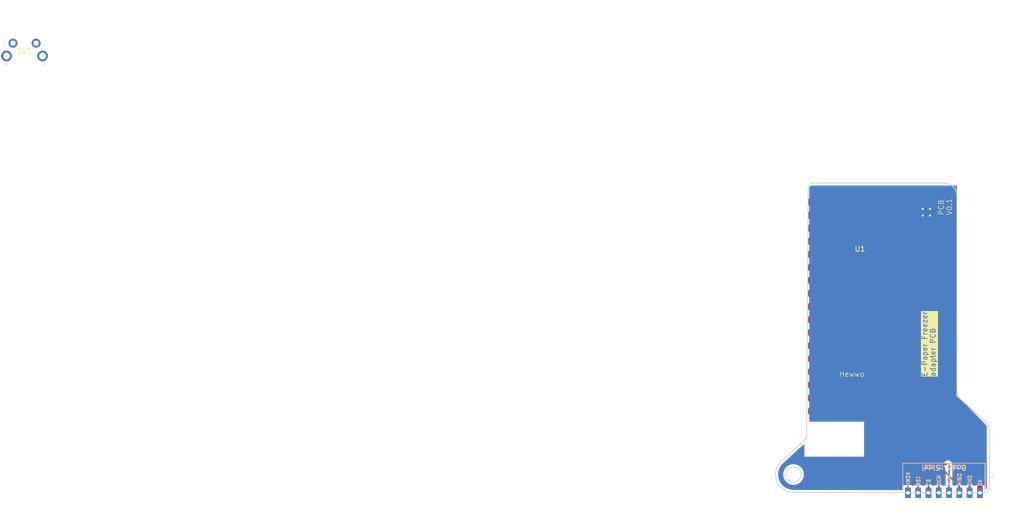
<source format=kicad_pcb>
(kicad_pcb (version 20240108) (generator "pcbnew") (generator_version "8.0")
  (layers (0 "F.Cu" signal) (31 "B.Cu" signal) (34 "B.Paste" user) (35 "F.Paste" user) (36 "B.SilkS" user "B.Silkscreen") (37 "F.SilkS" user "F.Silkscreen") (38 "B.Mask" user) (39 "F.Mask" user) (44 "Edge.Cuts" user))
  (net 0 "")
  (net 3 "/GND")
  (net 10 "RST")
  (net 11 "MOSI")
  (net 18 "MISO")
  (net 19 "/5V")
  (net 29 "HRDY")
  (net 33 "CS")
  (net 34 "SCK")
  (footprint "project-footprints:IT8951-diver-castellated" (layer "F.Cu") (at 183.6016 95.8596 180)
    (property "Reference" "J2" (at -9 3.5 -90) (layer "F.SilkS"))
    (property "Value" "IT8951 board connector castellated")
    (fp_line (start 8 5.75) (end 8 0) (stroke (width 0.12)) (layer "B.SilkS"))
    (fp_line (start -8 5.75) (end 8 5.75) (stroke (width 0.12)) (layer "B.SilkS"))
    (fp_line (start -8 0) (end -8 5.75) (stroke (width 0.12)) (layer "B.SilkS"))
    (fp_line (start 8 5.75) (end 8 0) (stroke (width 0.12)) (layer "F.SilkS"))
    (fp_line (start -8 5.75) (end 8 5.75) (stroke (width 0.12)) (layer "F.SilkS"))
    (fp_line (start -8 0) (end -8 5.75) (stroke (width 0.12)) (layer "F.SilkS"))
    (fp_text user "MISO" (at -2.5 1.25 -90) (layer "B.SilkS") (effects (font (size 0.7 0.7) (thickness 0.1)) (justify left bottom mirror)))
    (fp_text user "MOSI" (at -0.5 1.25 -90) (layer "B.SilkS") (effects (font (size 0.7 0.7) (thickness 0.1)) (justify left bottom mirror)))
    (fp_text user "5V" (at -6.5 1.25 -90) (layer "B.SilkS") (effects (font (size 0.7 0.7) (thickness 0.1)) (justify left bottom mirror)))
    (fp_text user "Board Side" (at 4.5 5.5 180) (layer "B.SilkS") (effects (justify left bottom mirror)))
    (fp_text user "GND" (at -4.5 1.25 -90) (layer "B.SilkS") (effects (font (size 0.7 0.7) (thickness 0.1)) (justify left bottom mirror)))
    (fp_text user "HRDY" (at 7.5 1.25 -90) (layer "B.SilkS") (effects (font (size 0.7 0.7) (thickness 0.1)) (justify left bottom mirror)))
    (fp_text user "SCK" (at 1.5 1.5 -90) (layer "B.SilkS") (effects (font (size 0.7 0.7) (thickness 0.1)) (justify left bottom mirror)))
    (fp_text user "RST" (at 5.5 1.25 -90) (layer "B.SilkS") (effects (font (size 0.7 0.7) (thickness 0.1)) (justify left bottom mirror)))
    (fp_text user "CS" (at 3.5 1.25 -90) (layer "B.SilkS") (effects (font (size 0.7 0.7) (thickness 0.1)) (justify left bottom mirror)))
    (fp_text user "MISO" (at -3.5 1.25 90) (layer "F.SilkS") (effects (font (size 0.7 0.7) (thickness 0.1)) (justify left bottom)))
    (fp_text user "CS" (at 2.5 1.25 90) (layer "F.SilkS") (effects (font (size 0.7 0.7) (thickness 0.1)) (justify left bottom)))
    (fp_text user "RST" (at 4.5 1.25 90) (layer "F.SilkS") (effects (font (size 0.7 0.7) (thickness 0.1)) (justify left bottom)))
    (fp_text user "HRDY" (at 6.5 1.25 90) (layer "F.SilkS") (effects (font (size 0.7 0.7) (thickness 0.1)) (justify left bottom)))
    (fp_text user "GND" (at -5.5 1.25 90) (layer "F.SilkS") (effects (font (size 0.7 0.7) (thickness 0.1)) (justify left bottom)))
    (fp_text user "Board Side" (at -4.5 5.5 180) (layer "F.SilkS") (effects (justify left bottom)))
    (fp_text user "SCK" (at 0.5 1.25 90) (layer "F.SilkS") (effects (font (size 0.7 0.7) (thickness 0.1)) (justify left bottom)))
    (fp_text user "5V" (at -7.5 1.25 90) (layer "F.SilkS") (effects (font (size 0.7 0.7) (thickness 0.1)) (justify left bottom)))
    (fp_text user "MOSI" (at -1.5 1.25 90) (layer "F.SilkS") (effects (font (size 0.7 0.7) (thickness 0.1)) (justify left bottom)))
    (pad "1" thru_hole rect (at -7 0 180) (size 1.1 2) (drill 0.7) (property pad_prop_castellated) (layers "*.Cu" "*.Mask") (net 19 "/5V"))
    (pad "2" thru_hole rect (at -5 0 180) (size 1.1 2) (drill 0.7) (property pad_prop_castellated) (layers "*.Cu" "*.Mask") (net 3 "/GND"))
    (pad "3" thru_hole rect (at -3 0 180) (size 1.1 2) (drill 0.7) (property pad_prop_castellated) (layers "*.Cu" "*.Mask") (net 11 "MOSI"))
    (pad "4" thru_hole rect (at -1 0 180) (size 1.1 2) (drill 0.7) (property pad_prop_castellated) (layers "*.Cu" "*.Mask") (net 18 "MISO"))
    (pad "5" thru_hole rect (at 1 0 180) (size 1.1 2) (drill 0.7) (property pad_prop_castellated) (layers "*.Cu" "*.Mask") (net 34 "SCK"))
    (pad "6" thru_hole rect (at 3 0 180) (size 1.1 2) (drill 0.7) (property pad_prop_castellated) (layers "*.Cu" "*.Mask") (net 33 "CS"))
    (pad "7" thru_hole rect (at 5 0 180) (size 1.1 2) (drill 0.7) (property pad_prop_castellated) (layers "*.Cu" "*.Mask") (net 10 "RST"))
    (pad "8" thru_hole rect (at 7 0 180) (size 1.1 2) (drill 0.7) (property pad_prop_castellated) (layers "*.Cu" "*.Mask") (net 29 "HRDY"))
  )
  (footprint "project-footprints:ProS3_SMD" (layer "F.Cu") (at 167.2832 60.831622)
    (property "Reference" "U1" (at 0 -12.4 0) (layer "F.SilkS"))
    (property "Value" "ProS3")
    (pad "1" smd roundrect (at 9.6 -21.524) (size 2 1.48) (drill (offset -0.5 0)) (layers "F.Cu" "F.Paste" "F.Mask"))
    (pad "2" smd roundrect (at 9.6 -18.98) (size 2 1.48) (drill (offset -0.5 0)) (layers "F.Cu" "F.Paste" "F.Mask") (net 3 "/GND"))
    (pad "3" smd roundrect (at 9.6 -16.444) (size 2 1.48) (drill (offset -0.5 0)) (layers "F.Cu" "F.Paste" "F.Mask") (net 19 "/5V"))
    (pad "4" smd roundrect (at 9.6 -13.904) (size 2 1.48) (drill (offset -0.5 0)) (layers "F.Cu" "F.Paste" "F.Mask"))
    (pad "5" smd roundrect (at 9.6 -11.364) (size 2 1.48) (drill (offset -0.5 0)) (layers "F.Cu" "F.Paste" "F.Mask"))
    (pad "6" smd roundrect (at 9.6 -8.824) (size 2 1.48) (drill (offset -0.5 0)) (layers "F.Cu" "F.Paste" "F.Mask"))
    (pad "7" smd roundrect (at 9.6 -6.284) (size 2 1.48) (drill (offset -0.5 0)) (layers "F.Cu" "F.Paste" "F.Mask"))
    (pad "8" smd roundrect (at 9.6 -3.744) (size 2 1.48) (drill (offset -0.5 0)) (layers "F.Cu" "F.Paste" "F.Mask"))
    (pad "9" smd roundrect (at 9.6 -1.204) (size 2 1.48) (drill (offset -0.5 0)) (layers "F.Cu" "F.Paste" "F.Mask"))
    (pad "10" smd roundrect (at 9.6 1.336) (size 2 1.48) (drill (offset -0.5 0)) (layers "F.Cu" "F.Paste" "F.Mask"))
    (pad "11" smd roundrect (at 9.6 3.876) (size 2 1.48) (drill (offset -0.5 0)) (layers "F.Cu" "F.Paste" "F.Mask"))
    (pad "12" smd roundrect (at 9.6 6.416) (size 2 1.48) (drill (offset -0.5 0)) (layers "F.Cu" "F.Paste" "F.Mask"))
    (pad "13" smd roundrect (at 9.6 8.956) (size 2 1.4224) (drill (offset -0.5 0)) (layers "F.Cu" "F.Paste" "F.Mask"))
    (pad "14" smd roundrect (at 9.6 11.496) (size 2 1.4224) (drill (offset -0.5 0)) (layers "F.Cu" "F.Paste" "F.Mask"))
    (pad "15" smd roundrect (at 9.6 14.036) (size 2 1.4224) (drill (offset -0.5 0)) (layers "F.Cu" "F.Paste" "F.Mask"))
    (pad "16" smd roundrect (at 9.6 16.576) (size 2 1.4224) (drill (offset -0.5 0)) (layers "F.Cu" "F.Paste" "F.Mask"))
    (pad "17" smd roundrect (at 9.6 19.116) (size 2 1.4224) (drill (offset -0.5 0)) (layers "F.Cu" "F.Paste" "F.Mask"))
    (pad "18" smd roundrect (at -9.6 19.123578) (size 2 1.4224) (drill (offset 0.5 0)) (layers "F.Cu" "F.Paste" "F.Mask"))
    (pad "19" smd roundrect (at -9.6 16.583578) (size 2 1.4224) (drill (offset 0.5 0)) (layers "F.Cu" "F.Paste" "F.Mask"))
    (pad "20" smd roundrect (at -9.6 14.043578) (size 2 1.4224) (drill (offset 0.5 0)) (layers "F.Cu" "F.Paste" "F.Mask"))
    (pad "21" smd roundrect (at -9.6 11.503578) (size 2 1.4224) (drill (offset 0.5 0)) (layers "F.Cu" "F.Paste" "F.Mask"))
    (pad "22" smd roundrect (at -9.6 8.963578) (size 2 1.4224) (drill (offset 0.5 0)) (layers "F.Cu" "F.Paste" "F.Mask"))
    (pad "23" smd roundrect (at -9.6 6.423578) (size 2 1.48) (drill (offset 0.5 0)) (layers "F.Cu" "F.Paste" "F.Mask"))
    (pad "24" smd roundrect (at -9.6 3.883578) (size 2 1.48) (drill (offset 0.5 0)) (layers "F.Cu" "F.Paste" "F.Mask"))
    (pad "25" smd roundrect (at -9.6 1.343578) (size 2 1.48) (drill (offset 0.5 0)) (layers "F.Cu" "F.Paste" "F.Mask"))
    (pad "26" smd roundrect (at -9.6 -1.196422) (size 2 1.48) (drill (offset 0.5 0)) (layers "F.Cu" "F.Paste" "F.Mask"))
    (pad "27" smd roundrect (at -9.6 -3.736422) (size 2 1.48) (drill (offset 0.5 0)) (layers "F.Cu" "F.Paste" "F.Mask") (net 29 "HRDY"))
    (pad "28" smd roundrect (at -9.6 -6.276422) (size 2 1.48) (drill (offset 0.5 0)) (layers "F.Cu" "F.Paste" "F.Mask") (net 10 "RST"))
    (pad "29" smd roundrect (at -9.6 -8.816422) (size 2 1.48) (drill (offset 0.5 0)) (layers "F.Cu" "F.Paste" "F.Mask"))
    (pad "30" smd roundrect (at -9.6 -11.356422) (size 2 1.48) (drill (offset 0.5 0)) (layers "F.Cu" "F.Paste" "F.Mask"))
    (pad "31" smd roundrect (at -9.6 -13.896422) (size 2 1.48) (drill (offset 0.5 0)) (layers "F.Cu" "F.Paste" "F.Mask") (net 33 "CS"))
    (pad "32" smd roundrect (at -9.6 -16.436422) (size 2 1.48) (drill (offset 0.5 0)) (layers "F.Cu" "F.Paste" "F.Mask") (net 34 "SCK"))
    (pad "33" smd roundrect (at -9.6 -18.972422) (size 2 1.48) (drill (offset 0.5 0)) (layers "F.Cu" "F.Paste" "F.Mask") (net 11 "MOSI"))
    (pad "34" smd roundrect (at -9.6 -21.516422) (size 2 1.48) (drill (offset 0.5 0)) (layers "F.Cu" "F.Paste" "F.Mask") (net 18 "MISO"))
    (zone (net 0) (net_name "") (layers "*.Cu") (name "GND Clearance") (connect_pads (clearance 0)) (min_thickness 0.254)
      (keepout (tracks not_allowed) (vias not_allowed) (pads not_allowed) (copperpour not_allowed) (footprints not_allowed))
      (fill (thermal_gap 0.508) (thermal_bridge_width 0.508))
      (polygon (pts (xy 168.0832 88.831622) (xy 156.4832 88.831622) (xy 156.4832 82.031622) (xy 168.0832 82.031622)))
    )
  )
  (footprint "Button_Switch_THT:SW_Tactile_SPST_Angled_PTS645Vx83-2LFS" (layer "F.Cu") (at 2.525 8.4)
    (property "Reference" "SW1" (at 2.25 1.68 0) (layer "F.SilkS"))
    (property "Value" "SW_Push")
    (fp_line (start -1.61 -0.9) (end -1.61 1.2) (stroke (width 0.12)) (layer "F.SilkS"))
    (fp_line (start -1.61 3.8) (end -1.61 4.31) (stroke (width 0.12)) (layer "F.SilkS"))
    (fp_line (start -1.61 4.31) (end -1.09 4.31) (stroke (width 0.12)) (layer "F.SilkS"))
    (fp_line (start -1.09 0.97) (end -1.09 1.2) (stroke (width 0.12)) (layer "F.SilkS"))
    (fp_line (start -1.09 0.97) (end -0.55 0.97) (stroke (width 0.12)) (layer "F.SilkS"))
    (fp_line (start -1.09 3.8) (end -1.09 4.31) (stroke (width 0.12)) (layer "F.SilkS"))
    (fp_line (start 0.55 0.97) (end 3.95 0.97) (stroke (width 0.12)) (layer "F.SilkS"))
    (fp_line (start 5.05 0.97) (end 5.59 0.97) (stroke (width 0.12)) (layer "F.SilkS"))
    (fp_line (start 5.59 0.97) (end 5.59 1.2) (stroke (width 0.12)) (layer "F.SilkS"))
    (fp_line (start 5.59 3.8) (end 5.59 4.31) (stroke (width 0.12)) (layer "F.SilkS"))
    (fp_line (start 5.59 4.31) (end 6.11 4.31) (stroke (width 0.12)) (layer "F.SilkS"))
    (fp_line (start 6.11 -0.9) (end 6.11 1.2) (stroke (width 0.12)) (layer "F.SilkS"))
    (fp_line (start 6.11 3.8) (end 6.11 4.31) (stroke (width 0.12)) (layer "F.SilkS"))
    (pad "" thru_hole circle (at -1.25 2.49) (size 2.1 2.1) (drill 1.3) (layers "*.Cu" "*.Mask"))
    (pad "" thru_hole circle (at 5.76 2.49) (size 2.1 2.1) (drill 1.3) (layers "*.Cu" "*.Mask"))
    (pad "1" thru_hole circle (at 0 0) (size 1.75 1.75) (drill 0.99) (layers "*.Cu" "*.Mask"))
    (pad "2" thru_hole circle (at 4.5 0) (size 1.75 1.75) (drill 0.99) (layers "*.Cu" "*.Mask"))
  )
  (gr_arc (start 154.349359 95.799949) (mid 151.092729 93.56682) (end 151.991595 89.721752) (stroke (width 0.16)) (layer "Edge.Cuts"))
  (gr_arc (start 157.204532 36.634039) (mid 157.408616 36.011392) (end 157.906129 35.584989) (stroke (width 0.16)) (layer "Edge.Cuts"))
  (gr_arc (start 156.906126 84.904114) (mid 156.844579 85.196589) (end 156.670376 85.439454) (stroke (width 0.16)) (layer "Edge.Cuts"))
  (gr_line (start 154.349359 95.799949) (end 191.312238 95.856636) (stroke (width 0.16)) (layer "Edge.Cuts"))
  (gr_line (start 157.204532 36.634039) (end 156.906126 84.904114) (stroke (width 0.16)) (layer "Edge.Cuts"))
  (gr_line (start 192.469494 94.701154) (end 192.469494 83.400924) (stroke (width 0.16)) (layer "Edge.Cuts"))
  (gr_line (start 186.119596 77.030429) (end 186.119596 37.991836) (stroke (width 0.16)) (layer "Edge.Cuts"))
  (gr_arc (start 192.469494 94.701154) (mid 192.130433 95.51883) (end 191.312238 95.856636) (stroke (width 0.16)) (layer "Edge.Cuts"))
  (gr_arc (start 191.886171 82.109775) (mid 192.316896 82.692522) (end 192.469494 83.400924) (stroke (width 0.16)) (layer "Edge.Cuts"))
  (gr_line (start 156.670376 85.439454) (end 151.991595 89.721752) (stroke (width 0.16)) (layer "Edge.Cuts"))
  (gr_line (start 191.886171 82.109775) (end 186.119596 77.030429) (stroke (width 0.16)) (layer "Edge.Cuts"))
  (gr_circle (center 154.3544 92.3036) (end 152.8544 92.3036) (stroke (width 0.16)) (fill none) (layer "Edge.Cuts"))
  (gr_line (start 183.712749 35.584989) (end 157.906129 35.584989) (stroke (width 0.16)) (layer "Edge.Cuts"))
  (gr_arc (start 183.712749 35.584989) (mid 185.414647 36.289938) (end 186.119596 37.991836) (stroke (width 0.16)) (layer "Edge.Cuts"))
  (gr_text "PCB\nV0.1" (at 185.2676 41.91 90) (layer "F.SilkS") (effects (font (size 1 1) (thickness 0.1)) (justify left bottom)))
  (gr_text "Hewwo" (at 163.1696 73.3552 0) (layer "F.SilkS") (effects (font (size 1 1) (thickness 0.1)) (justify left bottom)))
  (gr_text "E-Paper Freezer\nadapter PCB" (at 182.0672 73.3552 90) (layer "F.SilkS" knockout) (effects (font (size 1 1)) (justify left bottom)))
  (segment (start 180.8988 41.91) (end 179.4764 40.64) (width 1) (layer "F.Cu") (net 3))
  (segment (start 176.8832 41.851622) (end 179.4764 41.91) (width 1) (layer "F.Cu") (net 3))
  (segment (start 179.4764 40.64) (end 179.310416 40.727723) (width 1) (layer "F.Cu") (net 3))
  (segment (start 180.8988 41.91) (end 179.4764 41.91) (width 1) (layer "F.Cu") (net 3))
  (segment (start 179.4764 41.91) (end 179.4764 40.64) (width 1) (layer "F.Cu") (net 3))
  (segment (start 180.8988 40.64) (end 180.8988 41.91) (width 1) (layer "F.Cu") (net 3))
  (segment (start 176.8832 41.851622) (end 179.4764 40.64) (width 1) (layer "F.Cu") (net 3))
  (segment (start 179.4764 40.64) (end 180.8988 40.64) (width 1) (layer "F.Cu") (net 3))
  (via (at 180.8988 41.91) (size 0.8) (drill 0.4) (layers "F.Cu" "B.Cu") (net 3))
  (via (at 179.4764 41.91) (size 0.8) (drill 0.4) (layers "F.Cu" "B.Cu") (net 3))
  (via (at 180.8988 40.64) (size 0.8) (drill 0.4) (layers "F.Cu" "B.Cu") (net 3))
  (via (at 179.4764 40.64) (size 0.8) (drill 0.4) (layers "F.Cu" "B.Cu") (net 3))
  (segment (start 178.6016 92.648) (end 178.6016 95.8596) (width 0.2) (layer "F.Cu") (net 10))
  (segment (start 157.6832 54.5552) (end 163.9824 54.61) (width 0.2) (layer "F.Cu") (net 10))
  (segment (start 163.9824 54.61) (end 169.2148 59.8424) (width 0.2) (layer "F.Cu") (net 10))
  (segment (start 169.2148 59.8424) (end 169.2148 83.2612) (width 0.2) (layer "F.Cu") (net 10))
  (segment (start 169.2148 83.2612) (end 178.6016 92.648) (width 0.2) (layer "F.Cu") (net 10))
  (segment (start 186.6016 94.552) (end 186.6016 95.8596) (width 0.3) (layer "F.Cu") (net 11))
  (segment (start 173.1772 53.6956) (end 173.1772 81.1276) (width 0.3) (layer "F.Cu") (net 11))
  (segment (start 161.3408 41.8592) (end 173.1772 53.6956) (width 0.3) (layer "F.Cu") (net 11))
  (segment (start 173.1772 81.1276) (end 186.6016 94.552) (width 0.3) (layer "F.Cu") (net 11))
  (segment (start 157.6832 41.8592) (end 161.3408 41.8592) (width 0.3) (layer "F.Cu") (net 11))
  (segment (start 183.7944 90.3732) (end 174.046597 80.625397) (width 0.3) (layer "F.Cu") (net 18))
  (segment (start 160.8288 39.3152) (end 157.6832 39.3152) (width 0.3) (layer "F.Cu") (net 18))
  (segment (start 174.046597 52.532997) (end 160.8288 39.3152) (width 0.3) (layer "F.Cu") (net 18))
  (segment (start 184.404 90.3732) (end 183.7944 90.3732) (width 0.3) (layer "F.Cu") (net 18))
  (segment (start 174.046597 80.625397) (end 174.046597 52.532997) (width 0.3) (layer "F.Cu") (net 18))
  (via (at 184.404 90.3732) (size 0.6) (drill 0.3) (layers "F.Cu" "B.Cu") (net 18))
  (segment (start 184.6016 90.5708) (end 184.6016 95.8596) (width 0.3) (layer "B.Cu") (net 18))
  (segment (start 184.404 90.3732) (end 184.6016 90.5708) (width 0.3) (layer "B.Cu") (net 18))
  (segment (start 184.404 49.0728) (end 184.404 77.8256) (width 1) (layer "F.Cu") (net 19))
  (segment (start 176.8832 44.387622) (end 179.718822 44.387622) (width 1) (layer "F.Cu") (net 19))
  (segment (start 179.718822 44.387622) (end 184.404 49.0728) (width 1) (layer "F.Cu") (net 19))
  (segment (start 184.404 77.8256) (end 190.6016 84.0232) (width 1) (layer "F.Cu") (net 19))
  (segment (start 190.6016 84.0232) (end 190.6016 95.8596) (width 1) (layer "F.Cu") (net 19))
  (segment (start 168.5036 83.5152) (end 176.5808 91.7448) (width 0.2) (layer "F.Cu") (net 29))
  (segment (start 157.6832 57.0952) (end 165.4516 57.0952) (width 0.2) (layer "F.Cu") (net 29))
  (segment (start 165.4516 57.0952) (end 168.5036 60.1472) (width 0.2) (layer "F.Cu") (net 29))
  (segment (start 176.5808 91.7448) (end 176.6016 95.8596) (width 0.2) (layer "F.Cu") (net 29))
  (segment (start 168.5036 60.1472) (end 168.5036 83.5152) (width 0.2) (layer "F.Cu") (net 29))
  (segment (start 162.2004 46.9352) (end 170.913689 55.648489) (width 0.3) (layer "F.Cu") (net 33))
  (segment (start 170.913689 81.048489) (end 180.6016 90.7364) (width 0.3) (layer "F.Cu") (net 33))
  (segment (start 180.6016 90.7364) (end 180.6016 95.8596) (width 0.3) (layer "F.Cu") (net 33))
  (segment (start 170.913689 55.648489) (end 170.913689 81.048489) (width 0.3) (layer "F.Cu") (net 33))
  (segment (start 157.6832 46.9352) (end 162.2004 46.9352) (width 0.3) (layer "F.Cu") (net 33))
  (segment (start 157.6832 44.3952) (end 161.4384 44.3952) (width 0.3) (layer "F.Cu") (net 34))
  (segment (start 171.9072 54.864) (end 171.9072 80.9752) (width 0.3) (layer "F.Cu") (net 34))
  (segment (start 161.4384 44.3952) (end 171.9072 54.864) (width 0.3) (layer "F.Cu") (net 34))
  (segment (start 171.9072 80.9752) (end 182.6016 91.6696) (width 0.3) (layer "F.Cu") (net 34))
  (segment (start 182.6016 91.6696) (end 182.6016 95.8596) (width 0.3) (layer "F.Cu") (net 34))
  (zone (net 3) (net_name "/GND") (layer "B.Cu") (connect_pads (clearance 0.5)) (min_thickness 0.25) (fill yes (thermal_gap 0.5) (thermal_bridge_width 0.5))
    (polygon (pts (xy 199.1868 30.099) (xy 145.1356 30.099) (xy 145.1356 99.949) (xy 199.1868 99.949)))
  )
)
</source>
